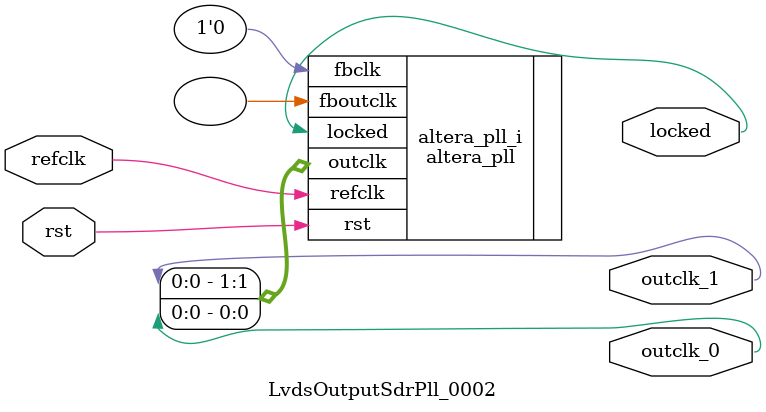
<source format=v>
`timescale 1ns/10ps
module  LvdsOutputSdrPll_0002(

	// interface 'refclk'
	input wire refclk,

	// interface 'reset'
	input wire rst,

	// interface 'outclk0'
	output wire outclk_0,

	// interface 'outclk1'
	output wire outclk_1,

	// interface 'locked'
	output wire locked
);

	altera_pll #(
		.fractional_vco_multiplier("false"),
		.reference_clock_frequency("65.0 MHz"),
		.pll_fractional_cout(32),
		.pll_dsm_out_sel("1st_order"),
		.operation_mode("direct"),
		.number_of_clocks(2),
		.output_clock_frequency0("455.000000 MHz"),
		.phase_shift0("0 ps"),
		.duty_cycle0(50),
		.output_clock_frequency1("65.000000 MHz"),
		.phase_shift1("0 ps"),
		.duty_cycle1(50),
		.output_clock_frequency2("0 MHz"),
		.phase_shift2("0 ps"),
		.duty_cycle2(50),
		.output_clock_frequency3("0 MHz"),
		.phase_shift3("0 ps"),
		.duty_cycle3(50),
		.output_clock_frequency4("0 MHz"),
		.phase_shift4("0 ps"),
		.duty_cycle4(50),
		.output_clock_frequency5("0 MHz"),
		.phase_shift5("0 ps"),
		.duty_cycle5(50),
		.output_clock_frequency6("0 MHz"),
		.phase_shift6("0 ps"),
		.duty_cycle6(50),
		.output_clock_frequency7("0 MHz"),
		.phase_shift7("0 ps"),
		.duty_cycle7(50),
		.output_clock_frequency8("0 MHz"),
		.phase_shift8("0 ps"),
		.duty_cycle8(50),
		.output_clock_frequency9("0 MHz"),
		.phase_shift9("0 ps"),
		.duty_cycle9(50),
		.output_clock_frequency10("0 MHz"),
		.phase_shift10("0 ps"),
		.duty_cycle10(50),
		.output_clock_frequency11("0 MHz"),
		.phase_shift11("0 ps"),
		.duty_cycle11(50),
		.output_clock_frequency12("0 MHz"),
		.phase_shift12("0 ps"),
		.duty_cycle12(50),
		.output_clock_frequency13("0 MHz"),
		.phase_shift13("0 ps"),
		.duty_cycle13(50),
		.output_clock_frequency14("0 MHz"),
		.phase_shift14("0 ps"),
		.duty_cycle14(50),
		.output_clock_frequency15("0 MHz"),
		.phase_shift15("0 ps"),
		.duty_cycle15(50),
		.output_clock_frequency16("0 MHz"),
		.phase_shift16("0 ps"),
		.duty_cycle16(50),
		.output_clock_frequency17("0 MHz"),
		.phase_shift17("0 ps"),
		.duty_cycle17(50),
		.pll_type("Cyclone V"),
		.pll_subtype("General"),
		.m_cnt_hi_div(4),
		.m_cnt_lo_div(3),
		.n_cnt_hi_div(256),
		.n_cnt_lo_div(256),
		.m_cnt_bypass_en("false"),
		.n_cnt_bypass_en("true"),
		.m_cnt_odd_div_duty_en("true"),
		.n_cnt_odd_div_duty_en("false"),
		.c_cnt_hi_div0(256),
		.c_cnt_lo_div0(256),
		.c_cnt_prst0(1),
		.c_cnt_ph_mux_prst0(0),
		.c_cnt_in_src0("ph_mux_clk"),
		.c_cnt_bypass_en0("true"),
		.c_cnt_odd_div_duty_en0("false"),
		.c_cnt_hi_div1(4),
		.c_cnt_lo_div1(3),
		.c_cnt_prst1(1),
		.c_cnt_ph_mux_prst1(0),
		.c_cnt_in_src1("ph_mux_clk"),
		.c_cnt_bypass_en1("false"),
		.c_cnt_odd_div_duty_en1("true"),
		.c_cnt_hi_div2(1),
		.c_cnt_lo_div2(1),
		.c_cnt_prst2(1),
		.c_cnt_ph_mux_prst2(0),
		.c_cnt_in_src2("ph_mux_clk"),
		.c_cnt_bypass_en2("true"),
		.c_cnt_odd_div_duty_en2("false"),
		.c_cnt_hi_div3(1),
		.c_cnt_lo_div3(1),
		.c_cnt_prst3(1),
		.c_cnt_ph_mux_prst3(0),
		.c_cnt_in_src3("ph_mux_clk"),
		.c_cnt_bypass_en3("true"),
		.c_cnt_odd_div_duty_en3("false"),
		.c_cnt_hi_div4(1),
		.c_cnt_lo_div4(1),
		.c_cnt_prst4(1),
		.c_cnt_ph_mux_prst4(0),
		.c_cnt_in_src4("ph_mux_clk"),
		.c_cnt_bypass_en4("true"),
		.c_cnt_odd_div_duty_en4("false"),
		.c_cnt_hi_div5(1),
		.c_cnt_lo_div5(1),
		.c_cnt_prst5(1),
		.c_cnt_ph_mux_prst5(0),
		.c_cnt_in_src5("ph_mux_clk"),
		.c_cnt_bypass_en5("true"),
		.c_cnt_odd_div_duty_en5("false"),
		.c_cnt_hi_div6(1),
		.c_cnt_lo_div6(1),
		.c_cnt_prst6(1),
		.c_cnt_ph_mux_prst6(0),
		.c_cnt_in_src6("ph_mux_clk"),
		.c_cnt_bypass_en6("true"),
		.c_cnt_odd_div_duty_en6("false"),
		.c_cnt_hi_div7(1),
		.c_cnt_lo_div7(1),
		.c_cnt_prst7(1),
		.c_cnt_ph_mux_prst7(0),
		.c_cnt_in_src7("ph_mux_clk"),
		.c_cnt_bypass_en7("true"),
		.c_cnt_odd_div_duty_en7("false"),
		.c_cnt_hi_div8(1),
		.c_cnt_lo_div8(1),
		.c_cnt_prst8(1),
		.c_cnt_ph_mux_prst8(0),
		.c_cnt_in_src8("ph_mux_clk"),
		.c_cnt_bypass_en8("true"),
		.c_cnt_odd_div_duty_en8("false"),
		.c_cnt_hi_div9(1),
		.c_cnt_lo_div9(1),
		.c_cnt_prst9(1),
		.c_cnt_ph_mux_prst9(0),
		.c_cnt_in_src9("ph_mux_clk"),
		.c_cnt_bypass_en9("true"),
		.c_cnt_odd_div_duty_en9("false"),
		.c_cnt_hi_div10(1),
		.c_cnt_lo_div10(1),
		.c_cnt_prst10(1),
		.c_cnt_ph_mux_prst10(0),
		.c_cnt_in_src10("ph_mux_clk"),
		.c_cnt_bypass_en10("true"),
		.c_cnt_odd_div_duty_en10("false"),
		.c_cnt_hi_div11(1),
		.c_cnt_lo_div11(1),
		.c_cnt_prst11(1),
		.c_cnt_ph_mux_prst11(0),
		.c_cnt_in_src11("ph_mux_clk"),
		.c_cnt_bypass_en11("true"),
		.c_cnt_odd_div_duty_en11("false"),
		.c_cnt_hi_div12(1),
		.c_cnt_lo_div12(1),
		.c_cnt_prst12(1),
		.c_cnt_ph_mux_prst12(0),
		.c_cnt_in_src12("ph_mux_clk"),
		.c_cnt_bypass_en12("true"),
		.c_cnt_odd_div_duty_en12("false"),
		.c_cnt_hi_div13(1),
		.c_cnt_lo_div13(1),
		.c_cnt_prst13(1),
		.c_cnt_ph_mux_prst13(0),
		.c_cnt_in_src13("ph_mux_clk"),
		.c_cnt_bypass_en13("true"),
		.c_cnt_odd_div_duty_en13("false"),
		.c_cnt_hi_div14(1),
		.c_cnt_lo_div14(1),
		.c_cnt_prst14(1),
		.c_cnt_ph_mux_prst14(0),
		.c_cnt_in_src14("ph_mux_clk"),
		.c_cnt_bypass_en14("true"),
		.c_cnt_odd_div_duty_en14("false"),
		.c_cnt_hi_div15(1),
		.c_cnt_lo_div15(1),
		.c_cnt_prst15(1),
		.c_cnt_ph_mux_prst15(0),
		.c_cnt_in_src15("ph_mux_clk"),
		.c_cnt_bypass_en15("true"),
		.c_cnt_odd_div_duty_en15("false"),
		.c_cnt_hi_div16(1),
		.c_cnt_lo_div16(1),
		.c_cnt_prst16(1),
		.c_cnt_ph_mux_prst16(0),
		.c_cnt_in_src16("ph_mux_clk"),
		.c_cnt_bypass_en16("true"),
		.c_cnt_odd_div_duty_en16("false"),
		.c_cnt_hi_div17(1),
		.c_cnt_lo_div17(1),
		.c_cnt_prst17(1),
		.c_cnt_ph_mux_prst17(0),
		.c_cnt_in_src17("ph_mux_clk"),
		.c_cnt_bypass_en17("true"),
		.c_cnt_odd_div_duty_en17("false"),
		.pll_vco_div(2),
		.pll_cp_current(20),
		.pll_bwctrl(2000),
		.pll_output_clk_frequency("455.0 MHz"),
		.pll_fractional_division("1"),
		.mimic_fbclk_type("none"),
		.pll_fbclk_mux_1("glb"),
		.pll_fbclk_mux_2("m_cnt"),
		.pll_m_cnt_in_src("ph_mux_clk"),
		.pll_slf_rst("false")
	) altera_pll_i (
		.rst	(rst),
		.outclk	({outclk_1, outclk_0}),
		.locked	(locked),
		.fboutclk	( ),
		.fbclk	(1'b0),
		.refclk	(refclk)
	);
endmodule


</source>
